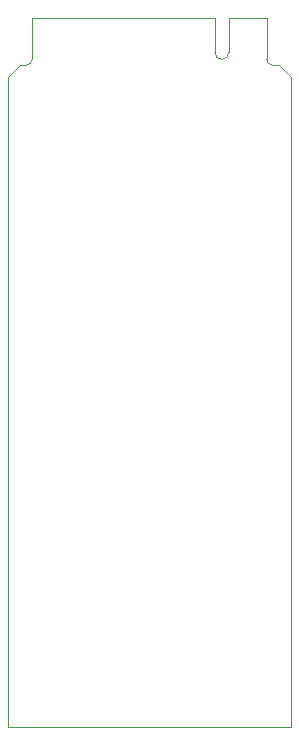
<source format=gbr>
%TF.GenerationSoftware,KiCad,Pcbnew,7.0.5*%
%TF.CreationDate,2023-08-28T16:34:51-05:00*%
%TF.ProjectId,Chimera_0003_Hydra,4368696d-6572-4615-9f30-3030335f4879,rev?*%
%TF.SameCoordinates,Original*%
%TF.FileFunction,Profile,NP*%
%FSLAX46Y46*%
G04 Gerber Fmt 4.6, Leading zero omitted, Abs format (unit mm)*
G04 Created by KiCad (PCBNEW 7.0.5) date 2023-08-28 16:34:51*
%MOMM*%
%LPD*%
G01*
G04 APERTURE LIST*
%TA.AperFunction,Profile*%
%ADD10C,0.100000*%
%TD*%
%TA.AperFunction,Profile*%
%ADD11C,0.050000*%
%TD*%
G04 APERTURE END LIST*
D10*
X124500000Y-149900000D02*
X124500000Y-94900000D01*
X124500000Y-149900000D02*
X100500000Y-149900000D01*
X101500000Y-93900000D02*
X100500000Y-94900000D01*
X100500000Y-149900000D02*
X100500000Y-94900000D01*
X123500000Y-93900000D02*
X124500000Y-94900000D01*
D11*
%TO.C,U2*%
X123500000Y-93900000D02*
X122925000Y-93900000D01*
X122425000Y-93400000D02*
X122425000Y-89900000D01*
X122425000Y-89900000D02*
X119225000Y-89900000D01*
X119225000Y-89900000D02*
X119225000Y-92800000D01*
X118025000Y-92800000D02*
X118025000Y-89900000D01*
X118025000Y-89900000D02*
X112500000Y-89900000D01*
X112500000Y-89900000D02*
X102575000Y-89900000D01*
X102575000Y-89900000D02*
X102575000Y-93400000D01*
X102075000Y-93900000D02*
X101500000Y-93900000D01*
X122425000Y-93400000D02*
G75*
G03*
X122925000Y-93900000I500001J1D01*
G01*
X118025000Y-92800000D02*
G75*
G03*
X119225000Y-92800000I600000J0D01*
G01*
X102075000Y-93900000D02*
G75*
G03*
X102575000Y-93400000I0J500000D01*
G01*
%TD*%
M02*

</source>
